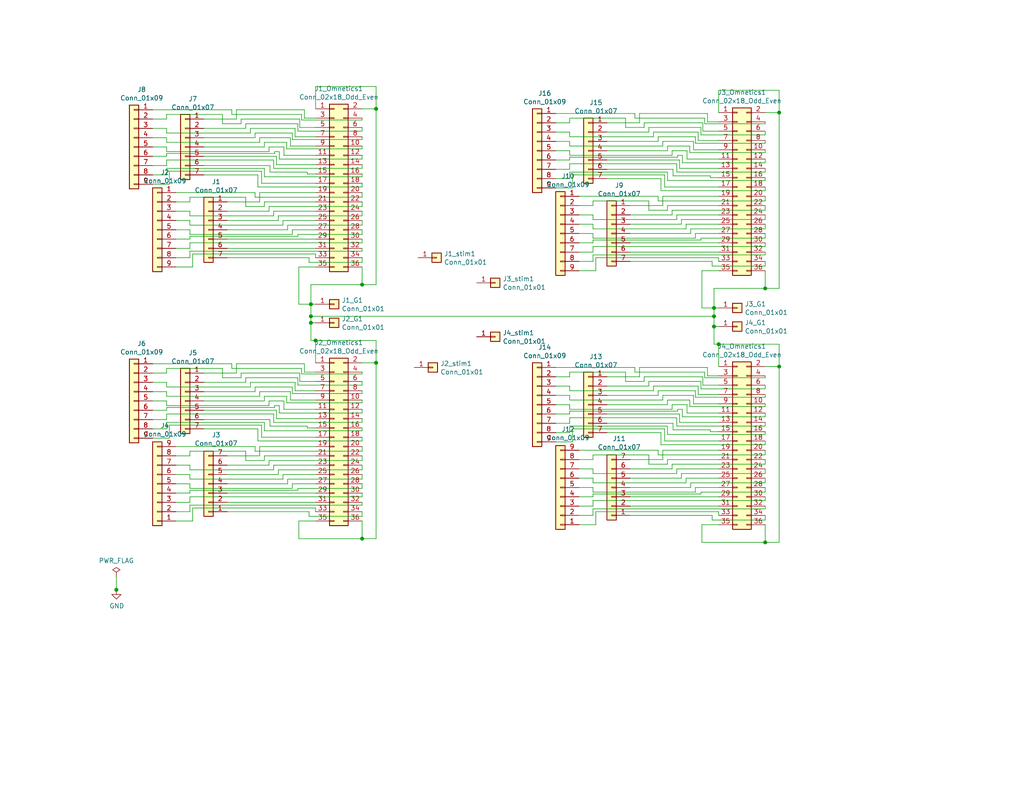
<source format=kicad_sch>
(kicad_sch (version 20230121) (generator eeschema)
  (paper "USLetter")
  (title_block (title "MEAboard_v1"))
  (lib_symbols
    (symbol "Connector_Generic:Conn_01x01" (pin_names (offset 1.016) hide)
      (property "Reference" "J" (at 0 2.54 0))
      (property "Value" "Conn_01x01" (at 0 -2.54 0))
      (symbol "Conn_01x01_1_1"
        (pin passive line (at -5.08 0 0) (length 3.81) (name "Pin_1") (number "1"))
      )
    )
    (symbol "Connector_Generic:Conn_01x07" (pin_names (offset 1.016) hide)
      (property "Reference" "J" (at 0 10.16 0))
      (property "Value" "Conn_01x07" (at 0 -10.16 0))
      (symbol "Conn_01x07_1_1"
        (pin passive line (at -5.08 7.62 0) (length 3.81) (name "Pin_1") (number "1"))
        (pin passive line (at -5.08 5.08 0) (length 3.81) (name "Pin_2") (number "2"))
        (pin passive line (at -5.08 2.54 0) (length 3.81) (name "Pin_3") (number "3"))
        (pin passive line (at -5.08 0 0) (length 3.81) (name "Pin_4") (number "4"))
        (pin passive line (at -5.08 -2.54 0) (length 3.81) (name "Pin_5") (number "5"))
        (pin passive line (at -5.08 -5.08 0) (length 3.81) (name "Pin_6") (number "6"))
        (pin passive line (at -5.08 -7.62 0) (length 3.81) (name "Pin_7") (number "7"))
      )
    )
    (symbol "Connector_Generic:Conn_01x09" (pin_names (offset 1.016) hide)
      (property "Reference" "J" (at 0 12.7 0))
      (property "Value" "Conn_01x09" (at 0 -12.7 0))
      (symbol "Conn_01x09_1_1"
        (pin passive line (at -5.08 10.16 0) (length 3.81) (name "Pin_1") (number "1"))
        (pin passive line (at -5.08 7.62 0) (length 3.81) (name "Pin_2") (number "2"))
        (pin passive line (at -5.08 5.08 0) (length 3.81) (name "Pin_3") (number "3"))
        (pin passive line (at -5.08 2.54 0) (length 3.81) (name "Pin_4") (number "4"))
        (pin passive line (at -5.08 0 0) (length 3.81) (name "Pin_5") (number "5"))
        (pin passive line (at -5.08 -2.54 0) (length 3.81) (name "Pin_6") (number "6"))
        (pin passive line (at -5.08 -5.08 0) (length 3.81) (name "Pin_7") (number "7"))
        (pin passive line (at -5.08 -7.62 0) (length 3.81) (name "Pin_8") (number "8"))
        (pin passive line (at -5.08 -10.16 0) (length 3.81) (name "Pin_9") (number "9"))
      )
    )
    (symbol "Connector_Generic:Conn_02x18_Odd_Even" (pin_names (offset 1.016) hide)
      (property "Reference" "J" (at 1.27 22.86 0))
      (property "Value" "Conn_02x18_Odd_Even" (at 1.27 -25.4 0))
      (symbol "Conn_02x18_Odd_Even_1_1"
        (pin passive line (at -5.08 20.32 0) (length 3.81) (name "Pin_1") (number "1"))
        (pin passive line (at 7.62 10.16 180) (length 3.81) (name "Pin_10") (number "10"))
        (pin passive line (at -5.08 7.62 0) (length 3.81) (name "Pin_11") (number "11"))
        (pin passive line (at 7.62 7.62 180) (length 3.81) (name "Pin_12") (number "12"))
        (pin passive line (at -5.08 5.08 0) (length 3.81) (name "Pin_13") (number "13"))
        (pin passive line (at 7.62 5.08 180) (length 3.81) (name "Pin_14") (number "14"))
        (pin passive line (at -5.08 2.54 0) (length 3.81) (name "Pin_15") (number "15"))
        (pin passive line (at 7.62 2.54 180) (length 3.81) (name "Pin_16") (number "16"))
        (pin passive line (at -5.08 0 0) (length 3.81) (name "Pin_17") (number "17"))
        (pin passive line (at 7.62 0 180) (length 3.81) (name "Pin_18") (number "18"))
        (pin passive line (at -5.08 -2.54 0) (length 3.81) (name "Pin_19") (number "19"))
        (pin passive line (at 7.62 20.32 180) (length 3.81) (name "Pin_2") (number "2"))
        (pin passive line (at 7.62 -2.54 180) (length 3.81) (name "Pin_20") (number "20"))
        (pin passive line (at -5.08 -5.08 0) (length 3.81) (name "Pin_21") (number "21"))
        (pin passive line (at 7.62 -5.08 180) (length 3.81) (name "Pin_22") (number "22"))
        (pin passive line (at -5.08 -7.62 0) (length 3.81) (name "Pin_23") (number "23"))
        (pin passive line (at 7.62 -7.62 180) (length 3.81) (name "Pin_24") (number "24"))
        (pin passive line (at -5.08 -10.16 0) (length 3.81) (name "Pin_25") (number "25"))
        (pin passive line (at 7.62 -10.16 180) (length 3.81) (name "Pin_26") (number "26"))
        (pin passive line (at -5.08 -12.7 0) (length 3.81) (name "Pin_27") (number "27"))
        (pin passive line (at 7.62 -12.7 180) (length 3.81) (name "Pin_28") (number "28"))
        (pin passive line (at -5.08 -15.24 0) (length 3.81) (name "Pin_29") (number "29"))
        (pin passive line (at -5.08 17.78 0) (length 3.81) (name "Pin_3") (number "3"))
        (pin passive line (at 7.62 -15.24 180) (length 3.81) (name "Pin_30") (number "30"))
        (pin passive line (at -5.08 -17.78 0) (length 3.81) (name "Pin_31") (number "31"))
        (pin passive line (at 7.62 -17.78 180) (length 3.81) (name "Pin_32") (number "32"))
        (pin passive line (at -5.08 -20.32 0) (length 3.81) (name "Pin_33") (number "33"))
        (pin passive line (at 7.62 -20.32 180) (length 3.81) (name "Pin_34") (number "34"))
        (pin passive line (at -5.08 -22.86 0) (length 3.81) (name "Pin_35") (number "35"))
        (pin passive line (at 7.62 -22.86 180) (length 3.81) (name "Pin_36") (number "36"))
        (pin passive line (at 7.62 17.78 180) (length 3.81) (name "Pin_4") (number "4"))
        (pin passive line (at -5.08 15.24 0) (length 3.81) (name "Pin_5") (number "5"))
        (pin passive line (at 7.62 15.24 180) (length 3.81) (name "Pin_6") (number "6"))
        (pin passive line (at -5.08 12.7 0) (length 3.81) (name "Pin_7") (number "7"))
        (pin passive line (at 7.62 12.7 180) (length 3.81) (name "Pin_8") (number "8"))
        (pin passive line (at -5.08 10.16 0) (length 3.81) (name "Pin_9") (number "9"))
      )
    )
    (symbol "power:GND" (power) (pin_names (offset 0))
      (property "Value" "GND" (at 0 -3.81 0))
      (symbol "GND_1_1"
        (pin power_in line (at 0 0 270) (length 0) hide (name "GND") (number "1"))
      )
    )
    (symbol "power:PWR_FLAG" (power) (pin_numbers hide) (pin_names (offset 0) hide)
      (property "Value" "PWR_FLAG" (at 0 3.81 0))
      (symbol "PWR_FLAG_0_0"
        (pin power_out line (at 0 0 90) (length 0) (name "pwr") (number "1"))
      )
    )
  )
  (junction (at 194.818 84.074))
  (junction (at 86.106 92.964))
  (junction (at 31.75 161.036))
  (junction (at 98.806 77.724))
  (junction (at 212.598 100.076))
  (junction (at 84.836 86.36))
  (junction (at 194.818 86.36))
  (junction (at 98.806 147.066))
  (junction (at 84.836 88.138))
  (junction (at 102.616 99.06))
  (junction (at 212.598 30.734))
  (junction (at 84.836 83.058))
  (junction (at 102.616 29.718))
  (junction (at 208.788 148.082))
  (junction (at 196.088 93.98))
  (junction (at 194.818 89.154))
  (junction (at 208.788 78.74))
  (wire (pts (xy 72.136 56.388) (xy 72.136 55.118)))
  (wire (pts (xy 208.788 49.276) (xy 208.788 48.514)))
  (wire (pts (xy 157.988 53.594) (xy 179.578 53.594)))
  (wire (pts (xy 45.466 105.664) (xy 68.326 105.664)))
  (wire (pts (xy 155.448 101.6) (xy 170.688 101.6)))
  (wire (pts (xy 98.806 68.58) (xy 98.806 67.818)))
  (wire (pts (xy 183.388 42.418) (xy 183.388 41.148)))
  (wire (pts (xy 156.21 117.094) (xy 181.356 117.094)))
  (wire (pts (xy 151.638 102.87) (xy 155.448 102.87)))
  (wire (pts (xy 179.578 38.608) (xy 179.578 37.338)))
  (wire (pts (xy 84.328 139.7) (xy 84.328 140.97)))
  (wire (pts (xy 193.802 117.348) (xy 193.802 117.856)))
  (wire (pts (xy 51.816 130.81) (xy 77.216 130.81)))
  (wire (pts (xy 55.626 40.132) (xy 72.136 40.132)))
  (wire (pts (xy 194.31 71.374) (xy 194.31 72.644)))
  (wire (pts (xy 208.788 141.986) (xy 208.788 140.716)))
  (wire (pts (xy 98.806 32.766) (xy 98.806 32.258)))
  (wire (pts (xy 74.93 111.252) (xy 74.93 110.744)))
  (wire (pts (xy 157.988 58.674) (xy 161.798 58.674)))
  (wire (pts (xy 45.466 111.252) (xy 74.93 111.252)))
  (wire (pts (xy 84.328 71.628) (xy 98.806 71.628)))
  (wire (pts (xy 189.738 65.024) (xy 189.738 63.754)))
  (wire (pts (xy 98.806 40.64) (xy 98.806 39.878)))
  (wire (pts (xy 70.866 121.92) (xy 86.106 121.92)))
  (wire (pts (xy 184.912 111.76) (xy 186.182 111.76)))
  (wire (pts (xy 162.56 143.256) (xy 162.56 139.7)))
  (wire (pts (xy 48.006 124.46) (xy 51.816 124.46)))
  (wire (pts (xy 51.816 129.54) (xy 51.816 130.81)))
  (wire (pts (xy 196.088 73.914) (xy 191.516 73.914)))
  (wire (pts (xy 151.638 33.528) (xy 155.448 33.528)))
  (wire (pts (xy 161.798 65.532) (xy 161.798 66.294)))
  (wire (pts (xy 69.596 121.92) (xy 69.596 123.19)))
  (wire (pts (xy 45.466 108.204) (xy 70.866 108.204)))
  (wire (pts (xy 46.228 119.634) (xy 46.228 116.078)))
  (wire (pts (xy 208.788 52.07) (xy 208.788 51.054)))
  (wire (pts (xy 72.136 117.602) (xy 98.806 117.602)))
  (wire (pts (xy 177.038 126.746) (xy 182.118 126.746)))
  (wire (pts (xy 155.448 42.418) (xy 183.388 42.418)))
  (wire (pts (xy 78.486 132.08) (xy 78.486 130.81)))
  (wire (pts (xy 45.466 113.03) (xy 74.676 113.03)))
  (wire (pts (xy 189.23 40.894) (xy 196.088 40.894)))
  (wire (pts (xy 98.806 123.19) (xy 98.806 121.92)))
  (wire (pts (xy 48.006 127) (xy 51.816 127)))
  (wire (pts (xy 45.466 106.934) (xy 45.466 108.204)))
  (wire (pts (xy 161.798 136.652) (xy 208.788 136.652)))
  (wire (pts (xy 102.616 99.06) (xy 102.616 147.066)))
  (wire (pts (xy 161.798 140.716) (xy 161.798 138.938)))
  (wire (pts (xy 181.356 51.054) (xy 196.088 51.054)))
  (wire (pts (xy 165.608 43.688) (xy 185.42 43.688)))
  (wire (pts (xy 79.756 107.442) (xy 98.806 107.442)))
  (wire (pts (xy 155.448 114.046) (xy 184.658 114.046)))
  (wire (pts (xy 61.976 134.62) (xy 86.106 134.62)))
  (wire (pts (xy 41.656 45.212) (xy 45.466 45.212)))
  (wire (pts (xy 70.866 37.592) (xy 79.248 37.592)))
  (wire (pts (xy 69.596 106.934) (xy 69.596 105.664)))
  (wire (pts (xy 193.802 117.856) (xy 196.088 117.856)))
  (wire (pts (xy 156.21 120.65) (xy 156.21 117.094)))
  (wire (pts (xy 79.248 39.878) (xy 86.106 39.878)))
  (wire (pts (xy 68.326 36.322) (xy 68.326 35.052)))
  (wire (pts (xy 72.136 45.974) (xy 72.136 48.26)))
  (wire (pts (xy 84.836 77.724) (xy 84.836 83.058)))
  (wire (pts (xy 208.788 36.83) (xy 208.788 35.814)))
  (wire (pts (xy 193.04 100.33) (xy 193.04 102.616)))
  (wire (pts (xy 208.788 73.914) (xy 208.788 78.74)))
  (wire (pts (xy 183.642 48.006) (xy 193.802 48.006)))
  (wire (pts (xy 177.038 34.798) (xy 191.262 34.798)))
  (wire (pts (xy 165.608 41.148) (xy 182.118 41.148)))
  (wire (pts (xy 67.056 35.052) (xy 67.056 33.782)))
  (wire (pts (xy 185.42 43.688) (xy 185.42 45.974)))
  (wire (pts (xy 193.802 48.514) (xy 196.088 48.514)))
  (wire (pts (xy 183.388 57.404) (xy 208.788 57.404)))
  (wire (pts (xy 79.248 106.934) (xy 79.248 109.22)))
  (wire (pts (xy 177.038 36.068) (xy 177.038 34.798)))
  (wire (pts (xy 80.518 106.68) (xy 86.106 106.68)))
  (wire (pts (xy 41.656 37.592) (xy 45.466 37.592)))
  (wire (pts (xy 51.816 137.16) (xy 51.816 135.636)))
  (wire (pts (xy 69.596 36.322) (xy 79.756 36.322)))
  (wire (pts (xy 45.466 117.094) (xy 45.466 115.316)))
  (wire (pts (xy 41.656 119.634) (xy 46.228 119.634)))
  (wire (pts (xy 191.262 65.024) (xy 208.788 65.024)))
  (wire (pts (xy 69.596 52.578) (xy 69.596 53.848)))
  (wire (pts (xy 151.638 30.988) (xy 173.228 30.988)))
  (wire (pts (xy 51.816 58.928) (xy 74.676 58.928)))
  (wire (pts (xy 84.836 86.36) (xy 84.836 88.138)))
  (wire (pts (xy 102.616 147.066) (xy 98.806 147.066)))
  (wire (pts (xy 208.788 126.746) (xy 208.788 125.476)))
  (wire (pts (xy 151.638 38.608) (xy 155.448 38.608)))
  (wire (pts (xy 74.93 41.402) (xy 76.2 41.402)))
  (wire (pts (xy 83.058 101.6) (xy 86.106 101.6)))
  (wire (pts (xy 73.406 109.474) (xy 77.47 109.474)))
  (wire (pts (xy 208.788 46.99) (xy 208.788 45.974)))
  (wire (pts (xy 157.988 130.556) (xy 161.798 130.556)))
  (wire (pts (xy 161.798 62.484) (xy 187.198 62.484)))
  (wire (pts (xy 48.006 121.92) (xy 69.596 121.92)))
  (wire (pts (xy 161.798 131.826) (xy 187.198 131.826)))
  (wire (pts (xy 155.448 118.11) (xy 155.448 116.332)))
  (wire (pts (xy 208.788 33.782) (xy 208.788 33.274)))
  (wire (pts (xy 78.486 130.81) (xy 98.806 130.81)))
  (wire (pts (xy 98.806 112.776) (xy 98.806 111.76)))
  (wire (pts (xy 41.656 47.752) (xy 45.466 47.752)))
  (wire (pts (xy 186.182 113.792) (xy 208.788 113.792)))
  (wire (pts (xy 184.658 46.99) (xy 208.788 46.99)))
  (wire (pts (xy 208.788 134.366) (xy 208.788 133.096)))
  (wire (pts (xy 189.738 108.458) (xy 208.788 108.458)))
  (wire (pts (xy 83.82 116.332) (xy 83.82 116.84)))
  (wire (pts (xy 45.466 115.316) (xy 72.136 115.316)))
  (wire (pts (xy 191.77 35.814) (xy 196.088 35.814)))
  (wire (pts (xy 212.598 78.74) (xy 208.788 78.74)))
  (wire (pts (xy 165.608 110.49) (xy 182.118 110.49)))
  (wire (pts (xy 157.988 56.134) (xy 161.798 56.134)))
  (wire (pts (xy 190.5 38.354) (xy 196.088 38.354)))
  (wire (pts (xy 170.688 32.258) (xy 170.688 34.798)))
  (wire (pts (xy 208.788 121.412) (xy 208.788 120.396)))
  (wire (pts (xy 75.438 114.3) (xy 86.106 114.3)))
  (wire (pts (xy 179.578 54.864) (xy 208.788 54.864)))
  (wire (pts (xy 208.788 113.792) (xy 208.788 112.776)))
  (wire (pts (xy 191.262 34.798) (xy 191.262 36.83)))
  (wire (pts (xy 79.756 36.322) (xy 79.756 38.1)))
  (wire (pts (xy 41.656 114.554) (xy 45.466 114.554)))
  (wire (pts (xy 55.626 47.752) (xy 70.358 47.752)))
  (wire (pts (xy 208.788 78.74) (xy 194.818 78.74)))
  (wire (pts (xy 182.118 57.404) (xy 182.118 56.134)))
  (wire (pts (xy 171.958 125.476) (xy 180.848 125.476)))
  (wire (pts (xy 81.28 35.814) (xy 98.806 35.814)))
  (wire (pts (xy 194.818 86.36) (xy 194.818 89.154)))
  (wire (pts (xy 184.912 42.418) (xy 186.182 42.418)))
  (wire (pts (xy 155.448 107.95) (xy 155.448 109.22)))
  (wire (pts (xy 190.5 105.41) (xy 190.5 107.696)))
  (wire (pts (xy 61.976 127) (xy 73.406 127)))
  (wire (pts (xy 77.47 111.76) (xy 86.106 111.76)))
  (wire (pts (xy 48.006 62.738) (xy 51.816 62.738)))
  (wire (pts (xy 191.77 33.528) (xy 191.77 35.814)))
  (wire (pts (xy 86.106 29.718) (xy 86.106 23.622)))
  (wire (pts (xy 192.278 103.124) (xy 208.788 103.124)))
  (wire (pts (xy 173.228 30.988) (xy 173.228 32.258)))
  (wire (pts (xy 171.958 130.556) (xy 185.928 130.556)))
  (wire (pts (xy 189.738 133.096) (xy 196.088 133.096)))
  (wire (pts (xy 184.658 129.286) (xy 184.658 128.016)))
  (wire (pts (xy 46.228 50.292) (xy 46.228 46.736)))
  (wire (pts (xy 70.358 51.054) (xy 98.806 51.054)))
  (wire (pts (xy 51.816 123.19) (xy 67.056 123.19)))
  (wire (pts (xy 156.21 51.308) (xy 156.21 47.752)))
  (wire (pts (xy 61.976 132.08) (xy 78.486 132.08)))
  (wire (pts (xy 51.816 132.08) (xy 51.816 133.35)))
  (wire (pts (xy 208.788 100.076) (xy 212.598 100.076)))
  (wire (pts (xy 75.438 44.958) (xy 86.106 44.958)))
  (wire (pts (xy 165.608 33.528) (xy 174.498 33.528)))
  (wire (pts (xy 171.958 56.134) (xy 180.848 56.134)))
  (wire (pts (xy 186.182 111.76) (xy 186.182 113.792)))
  (wire (pts (xy 52.578 69.342) (xy 86.106 69.342)))
  (wire (pts (xy 81.28 33.782) (xy 81.28 35.814)))
  (wire (pts (xy 67.056 104.394) (xy 67.056 103.124)))
  (wire (pts (xy 155.448 38.608) (xy 155.448 39.878)))
  (wire (pts (xy 98.806 53.848) (xy 98.806 52.578)))
  (wire (pts (xy 98.806 51.054) (xy 98.806 50.038)))
  (wire (pts (xy 151.638 110.49) (xy 155.448 110.49)))
  (wire (pts (xy 72.136 115.316) (xy 72.136 117.602)))
  (wire (pts (xy 98.806 140.97) (xy 98.806 139.7)))
  (wire (pts (xy 102.616 92.964) (xy 102.616 99.06)))
  (wire (pts (xy 165.608 36.068) (xy 177.038 36.068)))
  (wire (pts (xy 98.806 135.636) (xy 98.806 134.62)))
  (wire (pts (xy 208.788 129.286) (xy 208.788 128.016)))
  (wire (pts (xy 180.848 53.594) (xy 196.088 53.594)))
  (wire (pts (xy 188.468 63.754) (xy 188.468 62.484)))
  (wire (pts (xy 70.358 117.094) (xy 70.358 120.396)))
  (wire (pts (xy 51.816 64.008) (xy 79.756 64.008)))
  (wire (pts (xy 155.448 37.338) (xy 178.308 37.338)))
  (wire (pts (xy 98.806 137.922) (xy 98.806 137.16)))
  (wire (pts (xy 155.448 102.87) (xy 155.448 101.6)))
  (wire (pts (xy 157.988 135.636) (xy 161.798 135.636)))
  (wire (pts (xy 73.66 114.554) (xy 73.66 116.332)))
  (wire (pts (xy 179.578 122.936) (xy 179.578 124.206)))
  (wire (pts (xy 98.806 66.294) (xy 98.806 65.278)))
  (wire (pts (xy 75.946 60.198) (xy 75.946 58.928)))
  (wire (pts (xy 61.976 67.818) (xy 86.106 67.818)))
  (wire (pts (xy 179.578 53.594) (xy 179.578 54.864)))
  (wire (pts (xy 212.598 30.734) (xy 212.598 78.74)))
  (wire (pts (xy 51.816 139.7) (xy 51.816 137.922)))
  (wire (pts (xy 74.93 110.744) (xy 76.2 110.744)))
  (wire (pts (xy 188.214 41.656) (xy 208.788 41.656)))
  (wire (pts (xy 63.246 99.314) (xy 63.246 100.584)))
  (wire (pts (xy 156.21 47.752) (xy 181.356 47.752)))
  (wire (pts (xy 98.806 142.24) (xy 98.806 147.066)))
  (wire (pts (xy 155.448 42.926) (xy 184.912 42.926)))
  (wire (pts (xy 82.296 31.242) (xy 82.296 32.766)))
  (wire (pts (xy 73.406 110.744) (xy 73.406 109.474)))
  (wire (pts (xy 161.798 128.016) (xy 161.798 129.286)))
  (wire (pts (xy 208.788 143.256) (xy 208.788 148.082)))
  (wire (pts (xy 165.608 102.87) (xy 174.498 102.87)))
  (wire (pts (xy 151.638 118.11) (xy 155.448 118.11)))
  (wire (pts (xy 208.788 72.644) (xy 208.788 71.374)))
  (wire (pts (xy 174.498 33.528) (xy 174.498 30.988)))
  (wire (pts (xy 179.578 107.95) (xy 179.578 106.68)))
  (wire (pts (xy 80.518 104.394) (xy 80.518 106.68)))
  (wire (pts (xy 81.28 133.858) (xy 81.28 133.35)))
  (wire (pts (xy 165.608 38.608) (xy 179.578 38.608)))
  (wire (pts (xy 175.768 102.87) (xy 191.77 102.87)))
  (wire (pts (xy 171.958 66.294) (xy 196.088 66.294)))
  (wire (pts (xy 191.516 148.082) (xy 208.788 148.082)))
  (wire (pts (xy 45.466 36.322) (xy 68.326 36.322)))
  (wire (pts (xy 70.866 108.204) (xy 70.866 106.934)))
  (wire (pts (xy 41.656 35.052) (xy 45.466 35.052)))
  (wire (pts (xy 76.2 41.402) (xy 76.2 43.434)))
  (wire (pts (xy 190.5 107.696) (xy 196.088 107.696)))
  (wire (pts (xy 184.912 112.268) (xy 184.912 111.76)))
  (wire (pts (xy 170.688 101.6) (xy 170.688 104.14)))
  (wire (pts (xy 194.818 89.154) (xy 196.088 89.154)))
  (wire (pts (xy 60.706 103.124) (xy 65.786 103.124)))
  (wire (pts (xy 196.088 30.734) (xy 196.088 24.638)))
  (wire (pts (xy 98.806 133.35) (xy 98.806 132.08)))
  (wire (pts (xy 191.262 36.83) (xy 208.788 36.83)))
  (wire (pts (xy 48.006 67.818) (xy 51.816 67.818)))
  (wire (pts (xy 185.42 45.974) (xy 196.088 45.974)))
  (wire (pts (xy 70.358 120.396) (xy 98.806 120.396)))
  (wire (pts (xy 171.958 133.096) (xy 188.468 133.096)))
  (wire (pts (xy 41.656 109.474) (xy 45.466 109.474)))
  (wire (pts (xy 177.038 54.864) (xy 177.038 57.404)))
  (wire (pts (xy 180.34 48.768) (xy 180.34 52.07)))
  (wire (pts (xy 45.466 101.854) (xy 45.466 100.584)))
  (wire (pts (xy 188.468 133.096) (xy 188.468 131.826)))
  (wire (pts (xy 173.228 32.258) (xy 192.278 32.258)))
  (wire (pts (xy 72.136 109.474) (xy 72.136 108.204)))
  (wire (pts (xy 71.374 50.038) (xy 86.106 50.038)))
  (wire (pts (xy 55.626 42.672) (xy 75.438 42.672)))
  (wire (pts (xy 61.976 139.7) (xy 84.328 139.7)))
  (wire (pts (xy 186.182 44.45) (xy 208.788 44.45)))
  (wire (pts (xy 60.706 100.584) (xy 60.706 103.124)))
  (wire (pts (xy 45.466 100.584) (xy 60.706 100.584)))
  (wire (pts (xy 157.988 125.476) (xy 161.798 125.476)))
  (wire (pts (xy 68.326 105.664) (xy 68.326 104.394)))
  (wire (pts (xy 177.038 57.404) (xy 182.118 57.404)))
  (wire (pts (xy 161.798 71.374) (xy 161.798 69.596)))
  (wire (pts (xy 86.106 23.622) (xy 102.616 23.622)))
  (wire (pts (xy 157.988 138.176) (xy 161.798 138.176)))
  (wire (pts (xy 178.308 105.41) (xy 190.5 105.41)))
  (wire (pts (xy 165.608 113.03) (xy 185.42 113.03)))
  (wire (pts (xy 55.626 114.554) (xy 73.66 114.554)))
  (wire (pts (xy 48.006 65.278) (xy 51.816 65.278)))
  (wire (pts (xy 72.136 38.862) (xy 78.232 38.862)))
  (wire (pts (xy 51.816 53.848) (xy 67.056 53.848)))
  (wire (pts (xy 67.056 123.19) (xy 67.056 125.73)))
  (wire (pts (xy 165.608 107.95) (xy 179.578 107.95)))
  (wire (pts (xy 196.088 24.638) (xy 212.598 24.638)))
  (wire (pts (xy 171.958 128.016) (xy 183.388 128.016)))
  (wire (pts (xy 188.214 109.22) (xy 188.214 110.998)))
  (wire (pts (xy 185.42 113.03) (xy 185.42 115.316)))
  (wire (pts (xy 151.638 41.148) (xy 155.448 41.148)))
  (wire (pts (xy 70.866 38.862) (xy 70.866 37.592)))
  (wire (pts (xy 86.106 138.684) (xy 86.106 139.7)))
  (wire (pts (xy 170.688 104.14) (xy 175.768 104.14)))
  (wire (pts (xy 81.788 101.854) (xy 81.788 104.14)))
  (wire (pts (xy 183.642 46.228) (xy 183.642 48.006)))
  (wire (pts (xy 77.216 129.54) (xy 86.106 129.54)))
  (wire (pts (xy 51.816 64.516) (xy 81.28 64.516)))
  (wire (pts (xy 81.28 64.516) (xy 81.28 64.008)))
  (wire (pts (xy 75.946 128.27) (xy 98.806 128.27)))
  (wire (pts (xy 41.656 101.854) (xy 45.466 101.854)))
  (wire (pts (xy 162.56 70.358) (xy 196.088 70.358)))
  (wire (pts (xy 171.958 71.374) (xy 194.31 71.374)))
  (wire (pts (xy 81.28 103.124) (xy 81.28 105.156)))
  (wire (pts (xy 151.638 46.228) (xy 155.448 46.228)))
  (wire (pts (xy 80.518 35.052) (xy 80.518 37.338)))
  (wire (pts (xy 157.988 66.294) (xy 161.798 66.294)))
  (wire (pts (xy 77.47 42.418) (xy 86.106 42.418)))
  (wire (pts (xy 86.106 92.964) (xy 102.616 92.964)))
  (wire (pts (xy 162.56 139.7) (xy 196.088 139.7)))
  (wire (pts (xy 165.608 48.768) (xy 180.34 48.768)))
  (wire (pts (xy 48.006 142.24) (xy 52.578 142.24)))
  (wire (pts (xy 177.038 105.41) (xy 177.038 104.14)))
  (wire (pts (xy 161.798 54.864) (xy 177.038 54.864)))
  (wire (pts (xy 41.656 99.314) (xy 63.246 99.314)))
  (wire (pts (xy 48.006 137.16) (xy 51.816 137.16)))
  (wire (pts (xy 98.806 56.388) (xy 98.806 55.118)))
  (wire (pts (xy 63.246 31.242) (xy 82.296 31.242)))
  (wire (pts (xy 155.448 48.768) (xy 155.448 46.99)))
  (wire (pts (xy 155.448 41.148) (xy 155.448 42.418)))
  (wire (pts (xy 60.706 31.242) (xy 60.706 33.782)))
  (wire (pts (xy 194.818 84.074) (xy 191.516 84.074)))
  (wire (pts (xy 73.406 56.388) (xy 98.806 56.388)))
  (wire (pts (xy 208.788 108.458) (xy 208.788 107.696)))
  (wire (pts (xy 157.988 73.914) (xy 162.56 73.914)))
  (wire (pts (xy 171.958 63.754) (xy 188.468 63.754)))
  (wire (pts (xy 184.658 114.046) (xy 184.658 116.332)))
  (wire (pts (xy 161.798 61.214) (xy 161.798 62.484)))
  (wire (pts (xy 98.806 107.442) (xy 98.806 106.68)))
  (wire (pts (xy 45.466 43.688) (xy 74.676 43.688)))
  (wire (pts (xy 155.448 109.22) (xy 180.848 109.22)))
  (wire (pts (xy 182.118 109.22) (xy 188.214 109.22)))
  (wire (pts (xy 79.248 37.592) (xy 79.248 39.878)))
  (wire (pts (xy 187.198 131.826) (xy 187.198 130.556)))
  (wire (pts (xy 193.04 33.274) (xy 196.088 33.274)))
  (wire (pts (xy 191.262 134.874) (xy 191.262 134.366)))
  (wire (pts (xy 155.448 46.228) (xy 155.448 44.704)))
  (wire (pts (xy 67.056 103.124) (xy 81.28 103.124)))
  (wire (pts (xy 48.006 57.658) (xy 51.816 57.658)))
  (wire (pts (xy 74.676 57.658) (xy 86.106 57.658)))
  (wire (pts (xy 161.798 129.286) (xy 184.658 129.286)))
  (wire (pts (xy 45.466 47.752) (xy 45.466 45.974)))
  (wire (pts (xy 74.676 115.316) (xy 98.806 115.316)))
  (wire (pts (xy 48.006 72.898) (xy 52.578 72.898)))
  (wire (pts (xy 151.638 51.308) (xy 156.21 51.308)))
  (wire (pts (xy 161.798 134.874) (xy 161.798 135.636)))
  (wire (pts (xy 55.626 104.394) (xy 67.056 104.394)))
  (wire (pts (xy 76.2 43.434) (xy 98.806 43.434)))
  (wire (pts (xy 194.31 140.716) (xy 194.31 141.986)))
  (wire (pts (xy 151.638 43.688) (xy 155.448 43.688)))
  (wire (pts (xy 193.04 102.616) (xy 196.088 102.616)))
  (wire (pts (xy 71.374 119.38) (xy 86.106 119.38)))
  (wire (pts (xy 208.788 65.024) (xy 208.788 63.754)))
  (wire (pts (xy 161.798 56.134) (xy 161.798 54.864)))
  (wire (pts (xy 161.798 68.834) (xy 161.798 67.31)))
  (wire (pts (xy 41.656 32.512) (xy 45.466 32.512)))
  (wire (pts (xy 212.598 148.082) (xy 208.788 148.082)))
  (wire (pts (xy 184.658 128.016) (xy 196.088 128.016)))
  (wire (pts (xy 61.976 57.658) (xy 73.406 57.658)))
  (wire (pts (xy 180.848 122.936) (xy 196.088 122.936)))
  (wire (pts (xy 74.676 58.928) (xy 74.676 57.658)))
  (wire (pts (xy 84.836 88.138) (xy 86.106 88.138)))
  (wire (pts (xy 55.626 37.592) (xy 69.596 37.592)))
  (wire (pts (xy 212.598 93.98) (xy 212.598 100.076)))
  (wire (pts (xy 41.656 40.132) (xy 45.466 40.132)))
  (wire (pts (xy 171.958 138.176) (xy 196.088 138.176)))
  (wire (pts (xy 48.006 60.198) (xy 51.816 60.198)))
  (wire (pts (xy 189.738 106.68) (xy 189.738 108.458)))
  (wire (pts (xy 51.816 137.922) (xy 98.806 137.922)))
  (wire (pts (xy 174.498 100.33) (xy 193.04 100.33)))
  (wire (pts (xy 171.958 61.214) (xy 185.928 61.214)))
  (wire (pts (xy 67.056 53.848) (xy 67.056 56.388)))
  (wire (pts (xy 151.638 100.33) (xy 173.228 100.33)))
  (wire (pts (xy 78.232 38.862) (xy 78.232 40.64)))
  (wire (pts (xy 48.006 134.62) (xy 51.816 134.62)))
  (wire (pts (xy 194.818 86.36) (xy 194.818 84.074)))
  (wire (pts (xy 41.656 29.972) (xy 63.246 29.972)))
  (wire (pts (xy 98.806 105.156) (xy 98.806 104.14)))
  (wire (pts (xy 161.798 134.366) (xy 189.738 134.366)))
  (wire (pts (xy 74.93 41.91) (xy 74.93 41.402)))
  (wire (pts (xy 182.118 46.99) (xy 182.118 49.276)))
  (wire (pts (xy 181.356 117.094) (xy 181.356 120.396)))
  (wire (pts (xy 208.788 136.652) (xy 208.788 135.636)))
  (wire (pts (xy 184.658 58.674) (xy 196.088 58.674)))
  (wire (pts (xy 84.836 83.058) (xy 84.836 86.36)))
  (wire (pts (xy 183.642 115.57) (xy 183.642 117.348)))
  (wire (pts (xy 171.958 135.636) (xy 196.088 135.636)))
  (wire (pts (xy 73.406 125.73) (xy 98.806 125.73)))
  (wire (pts (xy 51.816 124.46) (xy 51.816 123.19)))
  (wire (pts (xy 81.28 105.156) (xy 98.806 105.156)))
  (wire (pts (xy 45.466 110.744) (xy 73.406 110.744)))
  (wire (pts (xy 86.106 142.24) (xy 81.534 142.24)))
  (wire (pts (xy 185.928 129.286) (xy 208.788 129.286)))
  (wire (pts (xy 55.626 109.474) (xy 72.136 109.474)))
  (wire (pts (xy 73.66 46.99) (xy 83.82 46.99)))
  (wire (pts (xy 180.848 125.476) (xy 180.848 122.936)))
  (wire (pts (xy 61.976 62.738) (xy 78.486 62.738)))
  (wire (pts (xy 65.786 101.854) (xy 81.788 101.854)))
  (wire (pts (xy 161.798 138.176) (xy 161.798 136.652)))
  (wire (pts (xy 73.406 57.658) (xy 73.406 56.388)))
  (wire (pts (xy 51.816 133.858) (xy 81.28 133.858)))
  (wire (pts (xy 183.388 111.76) (xy 183.388 110.49)))
  (wire (pts (xy 83.058 29.972) (xy 83.058 32.258)))
  (wire (pts (xy 181.356 120.396) (xy 196.088 120.396)))
  (wire (pts (xy 151.638 48.768) (xy 155.448 48.768)))
  (wire (pts (xy 191.516 143.256) (xy 191.516 148.082)))
  (wire (pts (xy 41.656 50.292) (xy 46.228 50.292)))
  (wire (pts (xy 187.198 62.484) (xy 187.198 61.214)))
  (wire (pts (xy 188.468 62.484) (xy 208.788 62.484)))
  (wire (pts (xy 184.658 44.704) (xy 184.658 46.99)))
  (wire (pts (xy 184.658 116.332) (xy 208.788 116.332)))
  (wire (pts (xy 45.466 31.242) (xy 60.706 31.242)))
  (wire (pts (xy 155.448 112.268) (xy 155.448 113.03)))
  (wire (pts (xy 98.806 99.06) (xy 102.616 99.06)))
  (wire (pts (xy 75.438 42.672) (xy 75.438 44.958)))
  (wire (pts (xy 65.786 33.782) (xy 65.786 32.512)))
  (wire (pts (xy 161.798 124.206) (xy 177.038 124.206)))
  (wire (pts (xy 48.006 52.578) (xy 69.596 52.578)))
  (wire (pts (xy 208.788 116.332) (xy 208.788 115.316)))
  (wire (pts (xy 191.262 106.172) (xy 208.788 106.172)))
  (wire (pts (xy 180.848 56.134) (xy 180.848 53.594)))
  (wire (pts (xy 31.75 161.036) (xy 31.75 161.29)))
  (wire (pts (xy 187.452 41.148) (xy 187.452 43.434)))
  (wire (pts (xy 51.816 62.738) (xy 51.816 64.008)))
  (wire (pts (xy 48.006 139.7) (xy 51.816 139.7)))
  (wire (pts (xy 155.448 32.258) (xy 170.688 32.258)))
  (wire (pts (xy 77.216 60.198) (xy 86.106 60.198)))
  (wire (pts (xy 196.088 100.076) (xy 196.088 93.98)))
  (wire (pts (xy 64.516 99.314) (xy 83.058 99.314)))
  (wire (pts (xy 48.006 55.118) (xy 51.816 55.118)))
  (wire (pts (xy 31.75 157.48) (xy 31.75 161.036)))
  (wire (pts (xy 51.816 133.35) (xy 79.756 133.35)))
  (wire (pts (xy 182.118 49.276) (xy 208.788 49.276)))
  (wire (pts (xy 183.388 110.49) (xy 187.452 110.49)))
  (wire (pts (xy 70.866 106.934) (xy 79.248 106.934)))
  (wire (pts (xy 78.486 61.468) (xy 98.806 61.468)))
  (wire (pts (xy 178.308 106.68) (xy 178.308 105.41)))
  (wire (pts (xy 155.448 106.68) (xy 178.308 106.68)))
  (wire (pts (xy 73.406 127) (xy 73.406 125.73)))
  (wire (pts (xy 51.816 127) (xy 51.816 128.27)))
  (wire (pts (xy 60.706 33.782) (xy 65.786 33.782)))
  (wire (pts (xy 74.676 43.688) (xy 74.676 45.974)))
  (wire (pts (xy 98.806 71.628) (xy 98.806 70.358)))
  (wire (pts (xy 61.976 124.46) (xy 70.866 124.46)))
  (wire (pts (xy 74.676 45.974) (xy 98.806 45.974)))
  (wire (pts (xy 208.788 131.826) (xy 208.788 130.556)))
  (wire (pts (xy 170.688 34.798) (xy 175.768 34.798)))
  (wire (pts (xy 82.296 102.108) (xy 98.806 102.108)))
  (wire (pts (xy 155.448 112.268) (xy 184.912 112.268)))
  (wire (pts (xy 187.452 110.49) (xy 187.452 112.776)))
  (wire (pts (xy 79.248 109.22) (xy 86.106 109.22)))
  (wire (pts (xy 55.626 112.014) (xy 75.438 112.014)))
  (wire (pts (xy 155.448 33.528) (xy 155.448 32.258)))
  (wire (pts (xy 157.988 128.016) (xy 161.798 128.016)))
  (wire (pts (xy 45.466 38.862) (xy 70.866 38.862)))
  (wire (pts (xy 157.988 143.256) (xy 162.56 143.256)))
  (wire (pts (xy 65.786 32.512) (xy 81.788 32.512)))
  (wire (pts (xy 187.198 61.214) (xy 196.088 61.214)))
  (wire (pts (xy 212.598 100.076) (xy 212.598 148.082)))
  (wire (pts (xy 69.596 53.848) (xy 98.806 53.848)))
  (wire (pts (xy 183.642 117.348) (xy 193.802 117.348)))
  (wire (pts (xy 72.136 40.132) (xy 72.136 38.862)))
  (wire (pts (xy 67.056 125.73) (xy 72.136 125.73)))
  (wire (pts (xy 185.928 61.214) (xy 185.928 59.944)))
  (wire (pts (xy 182.118 126.746) (xy 182.118 125.476)))
  (wire (pts (xy 98.806 58.928) (xy 98.806 57.658)))
  (wire (pts (xy 81.534 83.058) (xy 84.836 83.058)))
  (wire (pts (xy 161.798 138.938) (xy 208.788 138.938)))
  (wire (pts (xy 155.448 46.99) (xy 182.118 46.99)))
  (wire (pts (xy 98.806 64.008) (xy 98.806 62.738)))
  (wire (pts (xy 70.866 55.118) (xy 70.866 52.578)))
  (wire (pts (xy 98.806 29.718) (xy 102.616 29.718)))
  (wire (pts (xy 161.798 69.596) (xy 208.788 69.596)))
  (wire (pts (xy 151.638 36.068) (xy 155.448 36.068)))
  (wire (pts (xy 45.466 40.132) (xy 45.466 41.402)))
  (wire (pts (xy 64.516 101.854) (xy 64.516 99.314)))
  (wire (pts (xy 81.534 142.24) (xy 81.534 147.066)))
  (wire (pts (xy 64.516 32.512) (xy 64.516 29.972)))
  (wire (pts (xy 45.466 109.474) (xy 45.466 110.744)))
  (wire (pts (xy 196.088 143.256) (xy 191.516 143.256)))
  (wire (pts (xy 182.118 118.618) (xy 208.788 118.618)))
  (wire (pts (xy 72.136 55.118) (xy 86.106 55.118)))
  (wire (pts (xy 180.848 38.608) (xy 189.23 38.608)))
  (wire (pts (xy 51.816 60.198) (xy 51.816 61.468)))
  (wire (pts (xy 208.788 41.656) (xy 208.788 40.894)))
  (wire (pts (xy 180.848 39.878) (xy 180.848 38.608)))
  (wire (pts (xy 51.816 57.658) (xy 51.816 58.928)))
  (wire (pts (xy 98.806 77.724) (xy 84.836 77.724)))
  (wire (pts (xy 180.848 107.95) (xy 189.23 107.95)))
  (wire (pts (xy 157.988 133.096) (xy 161.798 133.096)))
  (wire (pts (xy 208.788 30.734) (xy 212.598 30.734)))
  (wire (pts (xy 45.466 111.252) (xy 45.466 112.014)))
  (wire (pts (xy 208.788 57.404) (xy 208.788 56.134)))
  (wire (pts (xy 68.326 35.052) (xy 80.518 35.052)))
  (wire (pts (xy 61.976 55.118) (xy 70.866 55.118)))
  (wire (pts (xy 182.118 116.332) (xy 182.118 118.618)))
  (wire (pts (xy 65.786 103.124) (xy 65.786 101.854)))
  (wire (pts (xy 189.738 37.338) (xy 189.738 39.116)))
  (wire (pts (xy 194.31 72.644) (xy 208.788 72.644)))
  (wire (pts (xy 61.976 70.358) (xy 84.328 70.358)))
  (wire (pts (xy 189.738 63.754) (xy 196.088 63.754)))
  (wire (pts (xy 185.42 115.316) (xy 196.088 115.316)))
  (wire (pts (xy 178.308 36.068) (xy 190.5 36.068)))
  (wire (pts (xy 183.388 58.674) (xy 183.388 57.404)))
  (wire (pts (xy 48.006 129.54) (xy 51.816 129.54)))
  (wire (pts (xy 75.946 58.928) (xy 98.806 58.928)))
  (wire (pts (xy 70.866 124.46) (xy 70.866 121.92)))
  (wire (pts (xy 208.788 118.618) (xy 208.788 117.856)))
  (wire (pts (xy 177.038 124.206) (xy 177.038 126.746)))
  (wire (pts (xy 98.806 38.1) (xy 98.806 37.338)))
  (wire (pts (xy 71.374 116.078) (xy 71.374 119.38)))
  (wire (pts (xy 48.006 70.358) (xy 51.816 70.358)))
  (wire (pts (xy 52.578 72.898) (xy 52.578 69.342)))
  (wire (pts (xy 155.448 116.332) (xy 182.118 116.332)))
  (wire (pts (xy 68.326 104.394) (xy 80.518 104.394)))
  (wire (pts (xy 179.578 106.68) (xy 189.738 106.68)))
  (wire (pts (xy 51.816 66.294) (xy 98.806 66.294)))
  (wire (pts (xy 76.2 110.744) (xy 76.2 112.776)))
  (wire (pts (xy 161.798 133.096) (xy 161.798 134.366)))
  (wire (pts (xy 180.848 109.22) (xy 180.848 107.95)))
  (wire (pts (xy 69.596 105.664) (xy 79.756 105.664)))
  (wire (pts (xy 173.228 100.33) (xy 173.228 101.6)))
  (wire (pts (xy 45.466 35.052) (xy 45.466 36.322)))
  (wire (pts (xy 73.66 45.212) (xy 73.66 46.99)))
  (wire (pts (xy 188.214 39.878) (xy 188.214 41.656)))
  (wire (pts (xy 70.358 47.752) (xy 70.358 51.054)))
  (wire (pts (xy 102.616 77.724) (xy 98.806 77.724)))
  (wire (pts (xy 151.638 105.41) (xy 155.448 105.41)))
  (wire (pts (xy 84.836 92.964) (xy 84.836 88.138)))
  (wire (pts (xy 161.798 134.874) (xy 191.262 134.874)))
  (wire (pts (xy 180.34 118.11) (xy 180.34 121.412)))
  (wire (pts (xy 77.216 61.468) (xy 77.216 60.198)))
  (wire (pts (xy 48.006 132.08) (xy 51.816 132.08)))
  (wire (pts (xy 151.638 115.57) (xy 155.448 115.57)))
  (wire (pts (xy 45.466 45.974) (xy 72.136 45.974)))
  (wire (pts (xy 182.118 110.49) (xy 182.118 109.22)))
  (wire (pts (xy 196.088 84.074) (xy 194.818 84.074)))
  (wire (pts (xy 80.518 37.338) (xy 86.106 37.338)))
  (wire (pts (xy 98.806 35.814) (xy 98.806 34.798)))
  (wire (pts (xy 155.448 39.878) (xy 180.848 39.878)))
  (wire (pts (xy 183.388 41.148) (xy 187.452 41.148)))
  (wire (pts (xy 188.468 131.826) (xy 208.788 131.826)))
  (wire (pts (xy 196.088 70.358) (xy 196.088 71.374)))
  (wire (pts (xy 46.228 116.078) (xy 71.374 116.078)))
  (wire (pts (xy 208.788 138.938) (xy 208.788 138.176)))
  (wire (pts (xy 84.836 83.058) (xy 86.106 83.058)))
  (wire (pts (xy 98.806 128.27) (xy 98.806 127)))
  (wire (pts (xy 161.798 67.31) (xy 208.788 67.31)))
  (wire (pts (xy 184.658 59.944) (xy 184.658 58.674)))
  (wire (pts (xy 51.816 133.858) (xy 51.816 134.62)))
  (wire (pts (xy 61.976 129.54) (xy 75.946 129.54)))
  (wire (pts (xy 98.806 125.73) (xy 98.806 124.46)))
  (wire (pts (xy 76.2 112.776) (xy 98.806 112.776)))
  (wire (pts (xy 45.466 104.394) (xy 45.466 105.664)))
  (wire (pts (xy 171.958 58.674) (xy 183.388 58.674)))
  (wire (pts (xy 208.788 69.596) (xy 208.788 68.834)))
  (wire (pts (xy 194.31 141.986) (xy 208.788 141.986)))
  (wire (pts (xy 208.788 54.864) (xy 208.788 53.594)))
  (wire (pts (xy 155.448 44.704) (xy 184.658 44.704)))
  (wire (pts (xy 78.232 109.982) (xy 98.806 109.982)))
  (wire (pts (xy 182.118 125.476) (xy 196.088 125.476)))
  (wire (pts (xy 98.806 130.81) (xy 98.806 129.54)))
  (wire (pts (xy 74.676 127) (xy 86.106 127)))
  (wire (pts (xy 51.816 68.58) (xy 98.806 68.58)))
  (wire (pts (xy 184.912 42.926) (xy 184.912 42.418)))
  (wire (pts (xy 208.788 110.998) (xy 208.788 110.236)))
  (wire (pts (xy 182.118 41.148) (xy 182.118 39.878)))
  (wire (pts (xy 102.616 29.718) (xy 102.616 77.724)))
  (wire (pts (xy 151.638 120.65) (xy 156.21 120.65)))
  (wire (pts (xy 73.66 116.332) (xy 83.82 116.332)))
  (wire (pts (xy 208.788 59.944) (xy 208.788 58.674)))
  (wire (pts (xy 83.058 99.314) (xy 83.058 101.6)))
  (wire (pts (xy 151.638 107.95) (xy 155.448 107.95)))
  (wire (pts (xy 180.34 52.07) (xy 208.788 52.07)))
  (wire (pts (xy 155.448 115.57) (xy 155.448 114.046)))
  (wire (pts (xy 73.406 40.132) (xy 77.47 40.132)))
  (wire (pts (xy 182.118 56.134) (xy 196.088 56.134)))
  (wire (pts (xy 191.77 102.87) (xy 191.77 105.156)))
  (wire (pts (xy 189.23 107.95) (xy 189.23 110.236)))
  (wire (pts (xy 81.788 34.798) (xy 86.106 34.798)))
  (wire (pts (xy 192.278 101.6) (xy 192.278 103.124)))
  (wire (pts (xy 193.802 48.006) (xy 193.802 48.514)))
  (wire (pts (xy 187.452 112.776) (xy 196.088 112.776)))
  (wire (pts (xy 189.23 110.236) (xy 196.088 110.236)))
  (wire (pts (xy 51.816 70.358) (xy 51.816 68.58)))
  (wire (pts (xy 208.788 103.124) (xy 208.788 102.616)))
  (wire (pts (xy 86.106 92.964) (xy 84.836 92.964)))
  (wire (pts (xy 98.806 117.602) (xy 98.806 116.84)))
  (wire (pts (xy 41.656 104.394) (xy 45.466 104.394)))
  (wire (pts (xy 183.388 126.746) (xy 208.788 126.746)))
  (wire (pts (xy 51.816 61.468) (xy 77.216 61.468)))
  (wire (pts (xy 157.988 140.716) (xy 161.798 140.716)))
  (wire (pts (xy 45.466 41.91) (xy 74.93 41.91)))
  (wire (pts (xy 162.56 73.914) (xy 162.56 70.358)))
  (wire (pts (xy 155.448 105.41) (xy 155.448 106.68)))
  (wire (pts (xy 74.676 113.03) (xy 74.676 115.316)))
  (wire (pts (xy 55.626 35.052) (xy 67.056 35.052)))
  (wire (pts (xy 157.988 68.834) (xy 161.798 68.834)))
  (wire (pts (xy 161.798 58.674) (xy 161.798 59.944)))
  (wire (pts (xy 174.498 30.988) (xy 193.04 30.988)))
  (wire (pts (xy 179.578 124.206) (xy 208.788 124.206)))
  (wire (pts (xy 161.798 59.944) (xy 184.658 59.944)))
  (wire (pts (xy 51.816 67.818) (xy 51.816 66.294)))
  (wire (pts (xy 192.278 33.782) (xy 208.788 33.782)))
  (wire (pts (xy 75.438 112.014) (xy 75.438 114.3)))
  (wire (pts (xy 157.988 61.214) (xy 161.798 61.214)))
  (wire (pts (xy 208.788 67.31) (xy 208.788 66.294)))
  (wire (pts (xy 81.534 72.898) (xy 81.534 83.058)))
  (wire (pts (xy 41.656 112.014) (xy 45.466 112.014)))
  (wire (pts (xy 78.232 40.64) (xy 98.806 40.64)))
  (wire (pts (xy 67.056 33.782) (xy 81.28 33.782)))
  (wire (pts (xy 212.598 24.638) (xy 212.598 30.734)))
  (wire (pts (xy 41.656 42.672) (xy 45.466 42.672)))
  (wire (pts (xy 71.374 46.736) (xy 71.374 50.038)))
  (wire (pts (xy 191.262 134.366) (xy 208.788 134.366)))
  (wire (pts (xy 194.818 93.98) (xy 194.818 89.154)))
  (wire (pts (xy 77.216 130.81) (xy 77.216 129.54)))
  (wire (pts (xy 157.988 63.754) (xy 161.798 63.754)))
  (wire (pts (xy 194.818 78.74) (xy 194.818 84.074)))
  (wire (pts (xy 155.448 42.926) (xy 155.448 43.688)))
  (wire (pts (xy 181.356 47.752) (xy 181.356 51.054)))
  (wire (pts (xy 83.82 47.498) (xy 86.106 47.498)))
  (wire (pts (xy 178.308 37.338) (xy 178.308 36.068)))
  (wire (pts (xy 45.466 32.512) (xy 45.466 31.242)))
  (wire (pts (xy 196.088 93.98) (xy 194.818 93.98)))
  (wire (pts (xy 55.626 117.094) (xy 70.358 117.094)))
  (wire (pts (xy 46.228 46.736) (xy 71.374 46.736)))
  (wire (pts (xy 78.232 108.204) (xy 78.232 109.982)))
  (wire (pts (xy 72.136 48.26) (xy 98.806 48.26)))
  (wire (pts (xy 77.47 40.132) (xy 77.47 42.418)))
  (wire (pts (xy 208.788 44.45) (xy 208.788 43.434)))
  (wire (pts (xy 84.328 70.358) (xy 84.328 71.628)))
  (wire (pts (xy 157.988 122.936) (xy 179.578 122.936)))
  (wire (pts (xy 63.246 100.584) (xy 82.296 100.584)))
  (wire (pts (xy 67.056 56.388) (xy 72.136 56.388)))
  (wire (pts (xy 98.806 102.108) (xy 98.806 101.6)))
  (wire (pts (xy 81.28 64.008) (xy 98.806 64.008)))
  (wire (pts (xy 182.118 39.878) (xy 188.214 39.878)))
  (wire (pts (xy 191.77 105.156) (xy 196.088 105.156)))
  (wire (pts (xy 79.756 38.1) (xy 98.806 38.1)))
  (wire (pts (xy 86.106 72.898) (xy 81.534 72.898)))
  (wire (pts (xy 45.466 45.212) (xy 45.466 43.688)))
  (wire (pts (xy 171.958 140.716) (xy 194.31 140.716)))
  (wire (pts (xy 45.466 114.554) (xy 45.466 113.03)))
  (wire (pts (xy 81.788 32.512) (xy 81.788 34.798)))
  (wire (pts (xy 208.788 39.116) (xy 208.788 38.354)))
  (wire (pts (xy 165.608 105.41) (xy 177.038 105.41)))
  (wire (pts (xy 208.788 62.484) (xy 208.788 61.214)))
  (wire (pts (xy 175.768 33.528) (xy 191.77 33.528)))
  (wire (pts (xy 190.5 36.068) (xy 190.5 38.354)))
  (wire (pts (xy 161.798 130.556) (xy 161.798 131.826)))
  (wire (pts (xy 78.486 62.738) (xy 78.486 61.468)))
  (wire (pts (xy 79.756 62.738) (xy 86.106 62.738)))
  (wire (pts (xy 186.182 42.418) (xy 186.182 44.45)))
  (wire (pts (xy 51.816 55.118) (xy 51.816 53.848)))
  (wire (pts (xy 155.448 36.068) (xy 155.448 37.338)))
  (wire (pts (xy 81.28 133.35) (xy 98.806 133.35)))
  (wire (pts (xy 98.806 48.26) (xy 98.806 47.498)))
  (wire (pts (xy 64.516 29.972) (xy 83.058 29.972)))
  (wire (pts (xy 82.296 100.584) (xy 82.296 102.108)))
  (wire (pts (xy 183.388 128.016) (xy 183.388 126.746)))
  (wire (pts (xy 51.816 128.27) (xy 74.676 128.27)))
  (wire (pts (xy 84.836 86.36) (xy 194.818 86.36)))
  (wire (pts (xy 179.578 37.338) (xy 189.738 37.338)))
  (wire (pts (xy 173.228 101.6) (xy 192.278 101.6)))
  (wire (pts (xy 41.656 117.094) (xy 45.466 117.094)))
  (wire (pts (xy 171.958 68.834) (xy 196.088 68.834)))
  (wire (pts (xy 73.406 41.402) (xy 73.406 40.132)))
  (wire (pts (xy 157.988 71.374) (xy 161.798 71.374)))
  (wire (pts (xy 102.616 23.622) (xy 102.616 29.718)))
  (wire (pts (xy 151.638 113.03) (xy 155.448 113.03)))
  (wire (pts (xy 192.278 32.258) (xy 192.278 33.782)))
  (wire (pts (xy 189.738 134.366) (xy 189.738 133.096)))
  (wire (pts (xy 52.578 138.684) (xy 86.106 138.684)))
  (wire (pts (xy 45.466 41.91) (xy 45.466 42.672)))
  (wire (pts (xy 98.806 43.434) (xy 98.806 42.418)))
  (wire (pts (xy 98.806 115.316) (xy 98.806 114.3)))
  (wire (pts (xy 81.788 104.14) (xy 86.106 104.14)))
  (wire (pts (xy 70.866 52.578) (xy 86.106 52.578)))
  (wire (pts (xy 55.626 32.512) (xy 64.516 32.512)))
  (wire (pts (xy 72.136 124.46) (xy 86.106 124.46)))
  (wire (pts (xy 175.768 34.798) (xy 175.768 33.528)))
  (wire (pts (xy 55.626 106.934) (xy 69.596 106.934)))
  (wire (pts (xy 165.608 46.228) (xy 183.642 46.228)))
  (wire (pts (xy 155.448 110.49) (xy 155.448 111.76)))
  (wire (pts (xy 165.608 115.57) (xy 183.642 115.57)))
  (wire (pts (xy 155.448 111.76) (xy 183.388 111.76)))
  (wire (pts (xy 61.976 65.278) (xy 86.106 65.278)))
  (wire (pts (xy 84.328 140.97) (xy 98.806 140.97)))
  (wire (pts (xy 51.816 135.636) (xy 98.806 135.636)))
  (wire (pts (xy 79.756 132.08) (xy 86.106 132.08)))
  (wire (pts (xy 98.806 45.974) (xy 98.806 44.958)))
  (wire (pts (xy 165.608 118.11) (xy 180.34 118.11)))
  (wire (pts (xy 79.756 105.664) (xy 79.756 107.442)))
  (wire (pts (xy 51.816 64.516) (xy 51.816 65.278)))
  (wire (pts (xy 208.788 124.206) (xy 208.788 122.936)))
  (wire (pts (xy 191.262 104.14) (xy 191.262 106.172)))
  (wire (pts (xy 188.214 110.998) (xy 208.788 110.998)))
  (wire (pts (xy 82.296 32.766) (xy 98.806 32.766)))
  (wire (pts (xy 196.088 93.98) (xy 212.598 93.98)))
  (wire (pts (xy 83.058 32.258) (xy 86.106 32.258)))
  (wire (pts (xy 185.928 59.944) (xy 208.788 59.944)))
  (wire (pts (xy 98.806 120.396) (xy 98.806 119.38)))
  (wire (pts (xy 45.466 41.402) (xy 73.406 41.402)))
  (wire (pts (xy 63.246 29.972) (xy 63.246 31.242)))
  (wire (pts (xy 41.656 106.934) (xy 45.466 106.934)))
  (wire (pts (xy 180.34 121.412) (xy 208.788 121.412)))
  (wire (pts (xy 191.516 73.914) (xy 191.516 84.074)))
  (wire (pts (xy 69.596 123.19) (xy 98.806 123.19)))
  (wire (pts (xy 187.198 130.556) (xy 196.088 130.556)))
  (wire (pts (xy 81.534 147.066) (xy 98.806 147.066)))
  (wire (pts (xy 72.136 125.73) (xy 72.136 124.46)))
  (wire (pts (xy 193.04 30.988) (xy 193.04 33.274)))
  (wire (pts (xy 61.976 137.16) (xy 86.106 137.16)))
  (wire (pts (xy 77.47 109.474) (xy 77.47 111.76)))
  (wire (pts (xy 177.038 104.14) (xy 191.262 104.14)))
  (wire (pts (xy 79.756 133.35) (xy 79.756 132.08)))
  (wire (pts (xy 52.578 142.24) (xy 52.578 138.684)))
  (wire (pts (xy 189.23 38.608) (xy 189.23 40.894)))
  (wire (pts (xy 161.798 65.532) (xy 191.262 65.532)))
  (wire (pts (xy 175.768 104.14) (xy 175.768 102.87)))
  (wire (pts (xy 69.596 37.592) (xy 69.596 36.322)))
  (wire (pts (xy 83.82 116.84) (xy 86.106 116.84)))
  (wire (pts (xy 161.798 63.754) (xy 161.798 65.024)))
  (wire (pts (xy 72.136 108.204) (xy 78.232 108.204)))
  (wire (pts (xy 189.738 39.116) (xy 208.788 39.116)))
  (wire (pts (xy 161.798 65.024) (xy 189.738 65.024)))
  (wire (pts (xy 174.498 102.87) (xy 174.498 100.33)))
  (wire (pts (xy 208.788 106.172) (xy 208.788 105.156)))
  (wire (pts (xy 161.798 125.476) (xy 161.798 124.206)))
  (wire (pts (xy 79.756 64.008) (xy 79.756 62.738)))
  (wire (pts (xy 98.806 72.898) (xy 98.806 77.724)))
  (wire (pts (xy 74.676 128.27) (xy 74.676 127)))
  (wire (pts (xy 191.262 65.532) (xy 191.262 65.024)))
  (wire (pts (xy 55.626 101.854) (xy 64.516 101.854)))
  (wire (pts (xy 187.452 43.434) (xy 196.088 43.434)))
  (wire (pts (xy 45.466 37.592) (xy 45.466 38.862)))
  (wire (pts (xy 98.806 61.468) (xy 98.806 60.198)))
  (wire (pts (xy 196.088 139.7) (xy 196.088 140.716)))
  (wire (pts (xy 83.82 46.99) (xy 83.82 47.498)))
  (wire (pts (xy 75.946 129.54) (xy 75.946 128.27)))
  (wire (pts (xy 55.626 45.212) (xy 73.66 45.212)))
  (wire (pts (xy 98.806 109.982) (xy 98.806 109.22)))
  (wire (pts (xy 86.106 99.06) (xy 86.106 92.964)))
  (wire (pts (xy 185.928 130.556) (xy 185.928 129.286)))
  (wire (pts (xy 61.976 60.198) (xy 75.946 60.198)))
  (wire (pts (xy 86.106 69.342) (xy 86.106 70.358)))
  (symbol (lib_id "power:PWR_FLAG") (at 31.75 157.48 0) (unit 1)
    (property "Reference" "#FLG0101" (effects hide))
    (property "Value" "PWR_FLAG" (at 31.75 153.0858 0))
  )
  (symbol (lib_id "power:GND") (at 31.75 161.036 0) (unit 1)
    (property "Reference" "#PWR0101" (effects hide))
    (property "Value" "GND" (at 31.877 165.4302 0))
  )
  (symbol (lib_id "Connector_Generic:Conn_01x07") (at 56.896 62.738 0) (mirror y) (unit 1)
    (property "Reference" "J1" (at 58.9788 49.6062 0))
    (property "Value" "Conn_01x07" (at 58.9788 51.9176 0))
    (property "Footprint" "MEAboard_128_footprint:PinHeader_1x07_P3.0mm_Vertical" (effects hide))
  )
  (symbol (lib_id "Connector_Generic:Conn_01x09") (at 42.926 62.738 0) (mirror y) (unit 1)
    (property "Reference" "J2" (at 45.0088 47.0662 0))
    (property "Value" "Conn_01x09" (at 45.0088 49.3776 0))
    (property "Footprint" "MEAboard_128_footprint:PinHeader_1x09_P2.5mm_Vertical" (effects hide))
  )
  (symbol (lib_id "Connector_Generic:Conn_02x18_Odd_Even") (at 91.186 50.038 0) (unit 1)
    (property "Reference" "J1_Omnetics1" (at 92.456 24.2062 0))
    (property "Value" "Conn_02x18_Odd_Even" (at 92.456 26.5176 0))
    (property "Footprint" "MEAboard_128_footprint:PinHeader_2x18_Omnetics_Vertical_Hole_SMD_right" (effects hide))
  )
  (symbol (lib_id "Connector_Generic:Conn_01x01") (at 91.186 83.058 0) (unit 1)
    (property "Reference" "J1_G1" (at 93.218 81.9912 0) (effects (justify left)))
    (property "Value" "Conn_01x01" (at 93.218 84.3026 0) (effects (justify left)))
    (property "Footprint" "Connector_PinHeader_2.54mm:PinHeader_1x01_P2.54mm_Vertical" (effects hide))
  )
  (symbol (lib_id "Connector_Generic:Conn_01x07") (at 50.546 40.132 0) (mirror y) (unit 1)
    (property "Reference" "J7" (at 52.6288 27.0002 0))
    (property "Value" "Conn_01x07" (at 52.6288 29.3116 0))
    (property "Footprint" "MEAboard_128_footprint:PinHeader_1x07_P3.0mm_Vertical" (effects hide))
  )
  (symbol (lib_id "Connector_Generic:Conn_01x09") (at 36.576 40.132 0) (mirror y) (unit 1)
    (property "Reference" "J8" (at 38.6588 24.4602 0))
    (property "Value" "Conn_01x09" (at 38.6588 26.7716 0))
    (property "Footprint" "MEAboard_128_footprint:PinHeader_1x09_P2.5mm_Vertical" (effects hide))
  )
  (symbol (lib_id "Connector_Generic:Conn_01x01") (at 91.186 88.138 0) (unit 1)
    (property "Reference" "J2_G1" (at 93.218 87.0712 0) (effects (justify left)))
    (property "Value" "Conn_01x01" (at 93.218 89.3826 0) (effects (justify left)))
    (property "Footprint" "Connector_PinHeader_2.54mm:PinHeader_1x01_P2.54mm_Vertical" (effects hide))
  )
  (symbol (lib_id "Connector_Generic:Conn_01x07") (at 56.896 132.08 180) (unit 1)
    (property "Reference" "J3" (at 58.9788 118.745 0))
    (property "Value" "Conn_01x07" (at 58.9788 121.0564 0))
    (property "Footprint" "MEAboard_128_footprint:PinHeader_1x07_P3.0mm_Vertical" (effects hide))
  )
  (symbol (lib_id "Connector_Generic:Conn_01x09") (at 42.926 132.08 180) (unit 1)
    (property "Reference" "J4" (at 45.0088 116.205 0))
    (property "Value" "Conn_01x09" (at 45.0088 118.5164 0))
    (property "Footprint" "MEAboard_128_footprint:PinHeader_1x09_P2.5mm_Vertical" (effects hide))
  )
  (symbol (lib_id "Connector_Generic:Conn_02x18_Odd_Even") (at 91.186 119.38 0) (unit 1)
    (property "Reference" "J2_Omnetics1" (at 92.456 93.5482 0))
    (property "Value" "Conn_02x18_Odd_Even" (at 92.456 95.8596 0))
    (property "Footprint" "MEAboard_128_footprint:PinHeader_2x18_Omnetics_Vertical_Hole_SMD_left" (effects hide))
  )
  (symbol (lib_id "Connector_Generic:Conn_01x07") (at 50.546 109.474 0) (mirror y) (unit 1)
    (property "Reference" "J5" (at 52.6288 96.3422 0))
    (property "Value" "Conn_01x07" (at 52.6288 98.6536 0))
    (property "Footprint" "MEAboard_128_footprint:PinHeader_1x07_P3.0mm_Vertical" (effects hide))
  )
  (symbol (lib_id "Connector_Generic:Conn_01x09") (at 36.576 109.474 0) (mirror y) (unit 1)
    (property "Reference" "J6" (at 38.6588 93.8022 0))
    (property "Value" "Conn_01x09" (at 38.6588 96.1136 0))
    (property "Footprint" "MEAboard_128_footprint:PinHeader_1x09_P2.5mm_Vertical" (effects hide))
  )
  (symbol (lib_id "Connector_Generic:Conn_01x01") (at 201.168 84.074 0) (unit 1)
    (property "Reference" "J3_G1" (at 203.2 83.0072 0) (effects (justify left)))
    (property "Value" "Conn_01x01" (at 203.2 85.3186 0) (effects (justify left)))
    (property "Footprint" "Connector_PinHeader_2.54mm:PinHeader_1x01_P2.54mm_Vertical" (effects hide))
  )
  (symbol (lib_id "Connector_Generic:Conn_01x09") (at 152.908 63.754 0) (mirror y) (unit 1)
    (property "Reference" "J10" (at 154.9908 48.0822 0))
    (property "Value" "Conn_01x09" (at 154.9908 50.3936 0))
    (property "Footprint" "MEAboard_128_footprint:PinHeader_1x09_P2.5mm_Vertical" (effects hide))
  )
  (symbol (lib_id "Connector_Generic:Conn_02x18_Odd_Even") (at 201.168 51.054 0) (unit 1)
    (property "Reference" "J3_Omnetics1" (at 202.438 25.2222 0))
    (property "Value" "Conn_02x18_Odd_Even" (at 202.438 27.5336 0))
    (property "Footprint" "MEAboard_128_footprint:PinHeader_2x18_Omnetics_Vertical_Hole_SMD_right_back" (effects hide))
  )
  (symbol (lib_id "Connector_Generic:Conn_01x07") (at 160.528 41.148 0) (mirror y) (unit 1)
    (property "Reference" "J15" (at 162.6108 28.0162 0))
    (property "Value" "Conn_01x07" (at 162.6108 30.3276 0))
    (property "Footprint" "MEAboard_128_footprint:PinHeader_1x07_P3.0mm_Vertical" (effects hide))
  )
  (symbol (lib_id "Connector_Generic:Conn_01x09") (at 146.558 41.148 0) (mirror y) (unit 1)
    (property "Reference" "J16" (at 148.6408 25.4762 0))
    (property "Value" "Conn_01x09" (at 148.6408 27.7876 0))
    (property "Footprint" "MEAboard_128_footprint:PinHeader_1x09_P2.5mm_Vertical" (effects hide))
  )
  (symbol (lib_id "Connector_Generic:Conn_01x01") (at 201.168 89.154 0) (unit 1)
    (property "Reference" "J4_G1" (at 203.2 88.0872 0) (effects (justify left)))
    (property "Value" "Conn_01x01" (at 203.2 90.3986 0) (effects (justify left)))
    (property "Footprint" "Connector_PinHeader_2.54mm:PinHeader_1x01_P2.54mm_Horizontal" (effects hide))
  )
  (symbol (lib_id "Connector_Generic:Conn_01x07") (at 166.878 133.096 180) (unit 1)
    (property "Reference" "J11" (at 168.9608 119.761 0))
    (property "Value" "Conn_01x07" (at 168.9608 122.0724 0))
    (property "Footprint" "MEAboard_128_footprint:PinHeader_1x07_P3.0mm_Vertical" (effects hide))
  )
  (symbol (lib_id "Connector_Generic:Conn_01x09") (at 152.908 133.096 180) (unit 1)
    (property "Reference" "J12" (at 154.9908 117.221 0))
    (property "Value" "Conn_01x09" (at 154.9908 119.5324 0))
    (property "Footprint" "MEAboard_128_footprint:PinHeader_1x09_P2.5mm_Vertical" (effects hide))
  )
  (symbol (lib_id "Connector_Generic:Conn_01x07") (at 160.528 110.49 0) (mirror y) (unit 1)
    (property "Reference" "J13" (at 162.6108 97.3582 0))
    (property "Value" "Conn_01x07" (at 162.6108 99.6696 0))
    (property "Footprint" "MEAboard_128_footprint:PinHeader_1x07_P3.0mm_Vertical" (effects hide))
  )
  (symbol (lib_id "Connector_Generic:Conn_01x09") (at 146.558 110.49 0) (mirror y) (unit 1)
    (property "Reference" "J14" (at 148.6408 94.8182 0))
    (property "Value" "Conn_01x09" (at 148.6408 97.1296 0))
    (property "Footprint" "MEAboard_128_footprint:PinHeader_1x09_P2.5mm_Vertical" (effects hide))
  )
  (symbol (lib_id "Connector_Generic:Conn_02x18_Odd_Even") (at 201.168 120.396 0) (unit 1)
    (property "Reference" "J4_Omnetics1" (at 202.438 94.5642 0))
    (property "Value" "Conn_02x18_Odd_Even" (at 202.438 96.8756 0))
    (property "Footprint" "MEAboard_128_footprint:PinHeader_2x18_Omnetics_Vertical_Hole_SMD_left_back" (effects hide))
  )
  (symbol (lib_id "Connector_Generic:Conn_01x07") (at 166.878 63.754 0) (mirror y) (unit 1)
    (property "Reference" "J9" (at 168.9608 50.6222 0))
    (property "Value" "Conn_01x07" (at 168.9608 52.9336 0))
    (property "Footprint" "MEAboard_128_footprint:PinHeader_1x07_P3.0mm_Vertical" (effects hide))
  )
  (symbol (lib_id "Connector_Generic:Conn_01x01") (at 119.126 70.358 0) (unit 1)
    (property "Reference" "J1_stim1" (at 121.158 69.2912 0) (effects (justify left)))
    (property "Value" "Conn_01x01" (at 121.158 71.6026 0) (effects (justify left)))
    (property "Footprint" "Connector_PinHeader_2.54mm:PinHeader_1x01_P2.54mm_Vertical" (effects hide))
  )
  (symbol (lib_id "Connector_Generic:Conn_01x01") (at 118.11 100.33 0) (unit 1)
    (property "Reference" "J2_stim1" (at 120.142 99.2632 0) (effects (justify left)))
    (property "Value" "Conn_01x01" (at 120.142 101.5746 0) (effects (justify left)))
    (property "Footprint" "Connector_PinHeader_2.54mm:PinHeader_1x01_P2.54mm_Vertical" (effects hide))
  )
  (symbol (lib_id "Connector_Generic:Conn_01x01") (at 135.128 77.216 0) (unit 1)
    (property "Reference" "J3_stim1" (at 137.16 76.1492 0) (effects (justify left)))
    (property "Value" "Conn_01x01" (at 137.16 78.4606 0) (effects (justify left)))
    (property "Footprint" "Connector_PinHeader_2.54mm:PinHeader_1x01_P2.54mm_Vertical" (effects hide))
  )
  (symbol (lib_id "Connector_Generic:Conn_01x01") (at 135.128 91.948 0) (unit 1)
    (property "Reference" "J4_stim1" (at 137.16 90.8812 0) (effects (justify left)))
    (property "Value" "Conn_01x01" (at 137.16 93.1926 0) (effects (justify left)))
    (property "Footprint" "Connector_PinHeader_2.54mm:PinHeader_1x01_P2.54mm_Vertical" (effects hide))
  )
)
</source>
